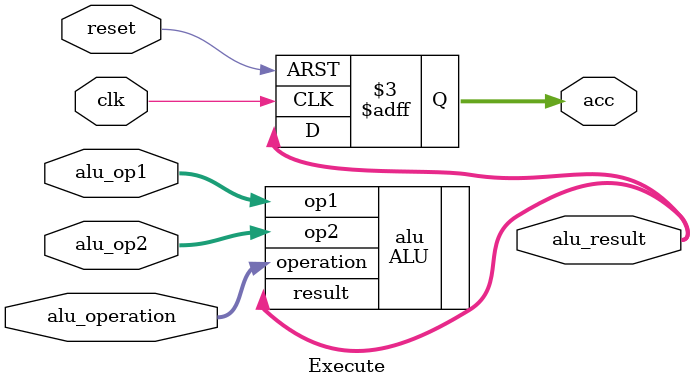
<source format=v>
module Execute (
    input clk,
    input reset,
    input [7:0] alu_op1,
    input [7:0] alu_op2,
    input [2:0] alu_operation,
    output reg [7:0] acc,
    output [7:0] alu_result
);
    ALU alu (
        .op1(alu_op1),
        .op2(alu_op2),
        .operation(alu_operation),
        .result(alu_result)
    );

    initial begin
        acc = 8'b0;
    end

    always @(posedge clk or posedge reset) begin
        if (reset) begin
            acc <= 8'b0;
        end else begin
            acc <= alu_result;
        end
    end
endmodule

</source>
